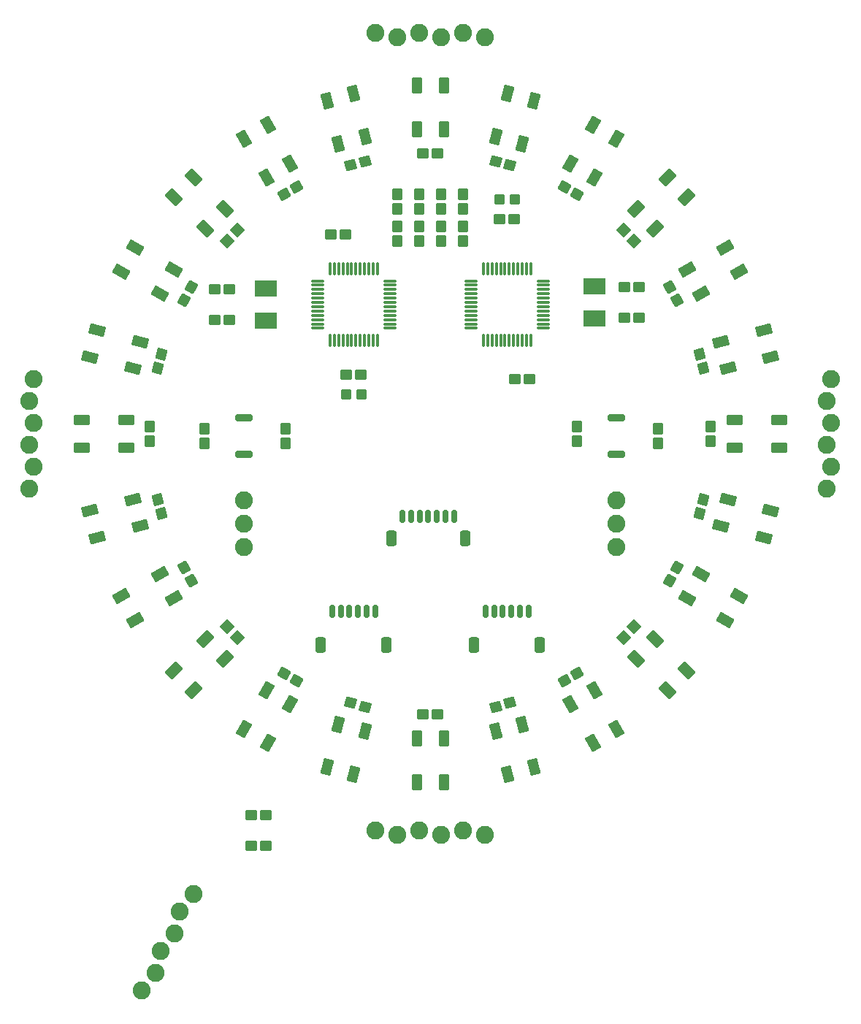
<source format=gts>
%TF.GenerationSoftware,KiCad,Pcbnew,(6.0.0-0)*%
%TF.CreationDate,2022-03-22T21:17:41+08:00*%
%TF.ProjectId,layer4,6c617965-7234-42e6-9b69-6361645f7063,rev?*%
%TF.SameCoordinates,Original*%
%TF.FileFunction,Soldermask,Top*%
%TF.FilePolarity,Negative*%
%FSLAX46Y46*%
G04 Gerber Fmt 4.6, Leading zero omitted, Abs format (unit mm)*
G04 Created by KiCad (PCBNEW (6.0.0-0)) date 2022-03-22 21:17:41*
%MOMM*%
%LPD*%
G01*
G04 APERTURE LIST*
G04 Aperture macros list*
%AMRoundRect*
0 Rectangle with rounded corners*
0 $1 Rounding radius*
0 $2 $3 $4 $5 $6 $7 $8 $9 X,Y pos of 4 corners*
0 Add a 4 corners polygon primitive as box body*
4,1,4,$2,$3,$4,$5,$6,$7,$8,$9,$2,$3,0*
0 Add four circle primitives for the rounded corners*
1,1,$1+$1,$2,$3*
1,1,$1+$1,$4,$5*
1,1,$1+$1,$6,$7*
1,1,$1+$1,$8,$9*
0 Add four rect primitives between the rounded corners*
20,1,$1+$1,$2,$3,$4,$5,0*
20,1,$1+$1,$4,$5,$6,$7,0*
20,1,$1+$1,$6,$7,$8,$9,0*
20,1,$1+$1,$8,$9,$2,$3,0*%
G04 Aperture macros list end*
%ADD10C,2.082800*%
%ADD11RoundRect,0.101600X0.549910X0.499110X-0.549910X0.499110X-0.549910X-0.499110X0.549910X-0.499110X0*%
%ADD12RoundRect,0.101600X-0.339776X0.660351X-0.624430X-0.401993X0.339776X-0.660351X0.624430X0.401993X0*%
%ADD13RoundRect,0.101600X0.668193X0.695758X-0.926551X0.268448X-0.668193X-0.695758X0.926551X-0.268448X0*%
%ADD14RoundRect,0.101600X-0.660351X-0.339776X0.401993X-0.624430X0.660351X0.339776X-0.401993X0.624430X0*%
%ADD15RoundRect,0.101600X-0.499110X0.825500X-0.499110X-0.825500X0.499110X-0.825500X0.499110X0.825500X0*%
%ADD16RoundRect,0.150000X0.150000X0.625000X-0.150000X0.625000X-0.150000X-0.625000X0.150000X-0.625000X0*%
%ADD17RoundRect,0.250000X0.350000X0.650000X-0.350000X0.650000X-0.350000X-0.650000X0.350000X-0.650000X0*%
%ADD18RoundRect,0.101600X-0.741769X0.035921X0.035921X-0.741769X0.741769X-0.035921X-0.035921X0.741769X0*%
%ADD19RoundRect,0.101600X0.926551X0.268448X-0.668193X0.695758X-0.926551X-0.268448X0.668193X-0.695758X0*%
%ADD20RoundRect,0.101600X-0.230793X-0.936641X0.936641X0.230793X0.230793X0.936641X-0.936641X-0.230793X0*%
%ADD21RoundRect,0.101600X-0.499110X0.549910X-0.499110X-0.549910X0.499110X-0.549910X0.499110X0.549910X0*%
%ADD22RoundRect,0.101600X-0.226681X-0.707197X0.725791X-0.157287X0.226681X0.707197X-0.725791X0.157287X0*%
%ADD23RoundRect,0.101600X0.741769X-0.035921X-0.035921X0.741769X-0.741769X0.035921X0.035921X-0.741769X0*%
%ADD24RoundRect,0.101600X-0.825500X-0.499110X0.825500X-0.499110X0.825500X0.499110X-0.825500X0.499110X0*%
%ADD25RoundRect,0.101600X-0.707197X0.226681X-0.157287X-0.725791X0.707197X-0.226681X0.157287X0.725791X0*%
%ADD26RoundRect,0.200000X0.800000X-0.200000X0.800000X0.200000X-0.800000X0.200000X-0.800000X-0.200000X0*%
%ADD27RoundRect,0.101600X0.499110X-0.499110X0.499110X0.499110X-0.499110X0.499110X-0.499110X-0.499110X0*%
%ADD28RoundRect,0.101600X-0.926551X-0.268448X0.668193X-0.695758X0.926551X0.268448X-0.668193X0.695758X0*%
%ADD29RoundRect,0.101600X0.964459X0.019492X-0.465349X0.844992X-0.964459X-0.019492X0.465349X-0.844992X0*%
%ADD30RoundRect,0.101600X-0.549910X-0.499110X0.549910X-0.499110X0.549910X0.499110X-0.549910X0.499110X0*%
%ADD31RoundRect,0.101600X-0.725791X-0.157287X0.226681X-0.707197X0.725791X0.157287X-0.226681X0.707197X0*%
%ADD32RoundRect,0.101600X0.499110X-0.825500X0.499110X0.825500X-0.499110X0.825500X-0.499110X-0.825500X0*%
%ADD33RoundRect,0.101600X0.268448X-0.926551X0.695758X0.668193X-0.268448X0.926551X-0.695758X-0.668193X0*%
%ADD34RoundRect,0.101600X0.226681X0.707197X-0.725791X0.157287X-0.226681X-0.707197X0.725791X-0.157287X0*%
%ADD35RoundRect,0.101600X-0.695758X0.668193X-0.268448X-0.926551X0.695758X-0.668193X0.268448X0.926551X0*%
%ADD36RoundRect,0.101600X0.339776X-0.660351X0.624430X0.401993X-0.339776X0.660351X-0.624430X-0.401993X0*%
%ADD37RoundRect,0.101600X0.035921X0.741769X-0.741769X-0.035921X-0.035921X-0.741769X0.741769X0.035921X0*%
%ADD38RoundRect,0.150000X-0.150000X-0.625000X0.150000X-0.625000X0.150000X0.625000X-0.150000X0.625000X0*%
%ADD39RoundRect,0.250000X-0.350000X-0.650000X0.350000X-0.650000X0.350000X0.650000X-0.350000X0.650000X0*%
%ADD40RoundRect,0.101600X-0.157287X0.725791X-0.707197X-0.226681X0.157287X-0.725791X0.707197X0.226681X0*%
%ADD41RoundRect,0.101600X-0.936641X0.230793X0.230793X-0.936641X0.936641X-0.230793X-0.230793X0.936641X0*%
%ADD42RoundRect,0.101600X-0.465349X-0.844992X0.964459X-0.019492X0.465349X0.844992X-0.964459X0.019492X0*%
%ADD43RoundRect,0.101600X-0.624430X0.401993X-0.339776X-0.660351X0.624430X-0.401993X0.339776X0.660351X0*%
%ADD44RoundRect,0.109200X0.670800X-0.030800X0.670800X0.030800X-0.670800X0.030800X-0.670800X-0.030800X0*%
%ADD45RoundRect,0.109200X-0.030800X-0.670800X0.030800X-0.670800X0.030800X0.670800X-0.030800X0.670800X0*%
%ADD46RoundRect,0.101600X0.465349X0.844992X-0.964459X0.019492X-0.465349X-0.844992X0.964459X-0.019492X0*%
%ADD47RoundRect,0.101600X0.695758X-0.668193X0.268448X0.926551X-0.695758X0.668193X-0.268448X-0.926551X0*%
%ADD48RoundRect,0.101600X-0.019492X0.964459X-0.844992X-0.465349X0.019492X-0.964459X0.844992X0.465349X0*%
%ADD49RoundRect,0.101600X0.707197X-0.226681X0.157287X0.725791X-0.707197X0.226681X-0.157287X-0.725791X0*%
%ADD50RoundRect,0.101600X0.825500X0.499110X-0.825500X0.499110X-0.825500X-0.499110X0.825500X-0.499110X0*%
%ADD51RoundRect,0.101600X-0.268448X0.926551X-0.695758X-0.668193X0.268448X-0.926551X0.695758X0.668193X0*%
%ADD52RoundRect,0.101600X-0.668193X-0.695758X0.926551X-0.268448X0.668193X0.695758X-0.926551X0.268448X0*%
%ADD53RoundRect,0.101600X-0.401993X-0.624430X0.660351X-0.339776X0.401993X0.624430X-0.660351X0.339776X0*%
%ADD54RoundRect,0.101600X-0.035921X-0.741769X0.741769X0.035921X0.035921X0.741769X-0.741769X-0.035921X0*%
%ADD55RoundRect,0.101600X-0.844992X0.465349X-0.019492X-0.964459X0.844992X-0.465349X0.019492X0.964459X0*%
%ADD56RoundRect,0.101600X-0.964459X-0.019492X0.465349X-0.844992X0.964459X0.019492X-0.465349X0.844992X0*%
%ADD57RoundRect,0.101600X0.019492X-0.964459X0.844992X0.465349X-0.019492X0.964459X-0.844992X-0.465349X0*%
%ADD58RoundRect,0.101600X-1.198880X0.849630X-1.198880X-0.849630X1.198880X-0.849630X1.198880X0.849630X0*%
%ADD59RoundRect,0.101600X0.844992X-0.465349X0.019492X0.964459X-0.844992X0.465349X-0.019492X-0.964459X0*%
%ADD60RoundRect,0.101600X0.725791X0.157287X-0.226681X0.707197X-0.725791X-0.157287X0.226681X-0.707197X0*%
%ADD61RoundRect,0.101600X0.401993X0.624430X-0.660351X0.339776X-0.401993X-0.624430X0.660351X-0.339776X0*%
%ADD62RoundRect,0.101600X0.660351X0.339776X-0.401993X0.624430X-0.660351X-0.339776X0.401993X-0.624430X0*%
%ADD63RoundRect,0.101600X0.936641X-0.230793X-0.230793X0.936641X-0.936641X0.230793X0.230793X-0.936641X0*%
%ADD64RoundRect,0.101600X0.499110X-0.549910X0.499110X0.549910X-0.499110X0.549910X-0.499110X-0.549910X0*%
%ADD65RoundRect,0.101600X0.624430X-0.401993X0.339776X0.660351X-0.624430X0.401993X-0.339776X-0.660351X0*%
%ADD66RoundRect,0.101600X0.157287X-0.725791X0.707197X0.226681X-0.157287X0.725791X-0.707197X-0.226681X0*%
%ADD67RoundRect,0.109200X-0.670800X0.030800X-0.670800X-0.030800X0.670800X-0.030800X0.670800X0.030800X0*%
%ADD68RoundRect,0.109200X0.030800X0.670800X-0.030800X0.670800X-0.030800X-0.670800X0.030800X-0.670800X0*%
%ADD69RoundRect,0.101600X0.230793X0.936641X-0.936641X-0.230793X-0.230793X-0.936641X0.936641X0.230793X0*%
%ADD70RoundRect,0.101600X1.198880X-0.849630X1.198880X0.849630X-1.198880X0.849630X-1.198880X-0.849630X0*%
G04 APERTURE END LIST*
D10*
%TO.C,TOFJ4*%
X172212000Y-94996000D03*
X171704000Y-97536000D03*
X172212000Y-100076000D03*
X171704000Y-102616000D03*
X172212000Y-105156000D03*
X171704000Y-107696000D03*
%TD*%
D11*
%TO.C,U1C5*%
X149953980Y-87884000D03*
X148257260Y-87884000D03*
%TD*%
D12*
%TO.C,C18*%
X157353752Y-108941272D03*
X156914608Y-110580178D03*
%TD*%
D11*
%TO.C,C13*%
X126578360Y-133858000D03*
X124881640Y-133858000D03*
%TD*%
D13*
%TO.C,D20*%
X165187734Y-92427351D03*
X164360724Y-89340909D03*
X159385124Y-90674117D03*
X160212134Y-93760559D03*
%TD*%
D14*
%TO.C,C24*%
X133325272Y-69722248D03*
X134964178Y-70161392D03*
%TD*%
D15*
%TO.C,D1*%
X127327660Y-60924440D03*
X124132340Y-60924440D03*
X124132340Y-66075560D03*
X127327660Y-66075560D03*
%TD*%
D16*
%TO.C,L4TRJ1*%
X128476000Y-110943000D03*
X127476000Y-110943000D03*
X126476000Y-110943000D03*
X125476000Y-110943000D03*
X124476000Y-110943000D03*
X123476000Y-110943000D03*
X122476000Y-110943000D03*
D17*
X121176000Y-113468000D03*
X129776000Y-113468000D03*
%TD*%
D18*
%TO.C,C22*%
X148119575Y-77756663D03*
X149319337Y-78956425D03*
%TD*%
D19*
%TO.C,D18*%
X164360724Y-113351091D03*
X165187734Y-110264649D03*
X160212134Y-108931441D03*
X159385124Y-112017883D03*
%TD*%
D20*
%TO.C,D10*%
X96017925Y-128798643D03*
X98277357Y-131058075D03*
X101919749Y-127415683D03*
X99660317Y-125156251D03*
%TD*%
D11*
%TO.C,U1C6*%
X149953980Y-84328000D03*
X148257260Y-84328000D03*
%TD*%
D21*
%TO.C,U0C1*%
X129540000Y-73573640D03*
X129540000Y-75270360D03*
%TD*%
D22*
%TO.C,C3*%
X108739299Y-73613962D03*
X110208701Y-72765602D03*
%TD*%
D23*
%TO.C,C10*%
X103340425Y-124935337D03*
X102140663Y-123735575D03*
%TD*%
D24*
%TO.C,D7*%
X85308440Y-99748340D03*
X85308440Y-102943660D03*
X90459560Y-102943660D03*
X90459560Y-99748340D03*
%TD*%
D25*
%TO.C,C21*%
X153462038Y-84355299D03*
X154310398Y-85824701D03*
%TD*%
D26*
%TO.C,U0SW2*%
X104140000Y-103700000D03*
X104140000Y-99500000D03*
%TD*%
D10*
%TO.C,IMUJ1*%
X92267391Y-165885690D03*
X93826633Y-163817253D03*
X94470380Y-161308218D03*
X96029621Y-159239782D03*
X96673368Y-156730747D03*
X98232609Y-154662310D03*
%TD*%
D27*
%TO.C,U1D1*%
X133743700Y-74168000D03*
X135496300Y-74168000D03*
%TD*%
D28*
%TO.C,D6*%
X87099276Y-89340909D03*
X86272266Y-92427351D03*
X91247866Y-93760559D03*
X92074876Y-90674117D03*
%TD*%
D29*
%TO.C,D17*%
X159937267Y-122940394D03*
X161534927Y-120173166D03*
X157073927Y-117597606D03*
X155476267Y-120364834D03*
%TD*%
D10*
%TO.C,TOFJ1*%
X119380000Y-54864000D03*
X121920000Y-55372000D03*
X124460000Y-54864000D03*
X127000000Y-55372000D03*
X129540000Y-54864000D03*
X132080000Y-55372000D03*
%TD*%
D30*
%TO.C,U0C5*%
X100751640Y-84582000D03*
X102448360Y-84582000D03*
%TD*%
D31*
%TO.C,C23*%
X141251299Y-72765602D03*
X142720701Y-73613962D03*
%TD*%
D32*
%TO.C,D13*%
X124132340Y-141767560D03*
X127327660Y-141767560D03*
X127327660Y-136616440D03*
X124132340Y-136616440D03*
%TD*%
D10*
%TO.C,U1SW1*%
X147320000Y-109042200D03*
X147320000Y-111760000D03*
X147320000Y-114477800D03*
%TD*%
D33*
%TO.C,D12*%
X113724909Y-139976724D03*
X116811351Y-140803734D03*
X118144559Y-135828134D03*
X115058117Y-135001124D03*
%TD*%
D34*
%TO.C,C15*%
X142720701Y-129078038D03*
X141251299Y-129926398D03*
%TD*%
D35*
%TO.C,D2*%
X116811351Y-61888266D03*
X113724909Y-62715276D03*
X115058117Y-67690876D03*
X118144559Y-66863866D03*
%TD*%
D36*
%TO.C,C6*%
X94106248Y-93750728D03*
X94545392Y-92111822D03*
%TD*%
D21*
%TO.C,U1C4*%
X121920000Y-77297280D03*
X121920000Y-78994000D03*
%TD*%
D37*
%TO.C,C16*%
X149319337Y-123735575D03*
X148119575Y-124935337D03*
%TD*%
D38*
%TO.C,U0J1*%
X114340000Y-121952000D03*
X115340000Y-121952000D03*
X116340000Y-121952000D03*
X117340000Y-121952000D03*
X118340000Y-121952000D03*
X119340000Y-121952000D03*
D39*
X120640000Y-125827000D03*
X113040000Y-125827000D03*
%TD*%
D40*
%TO.C,C17*%
X154310398Y-116867299D03*
X153462038Y-118336701D03*
%TD*%
D41*
%TO.C,D4*%
X98277357Y-71633925D03*
X96017925Y-73893357D03*
X99660317Y-77535749D03*
X101919749Y-75276317D03*
%TD*%
D42*
%TO.C,D9*%
X89925073Y-120173166D03*
X91522733Y-122940394D03*
X95983733Y-120364834D03*
X94386073Y-117597606D03*
%TD*%
D10*
%TO.C,TOFJ3*%
X132080000Y-147828000D03*
X129540000Y-147320000D03*
X127000000Y-147828000D03*
X124460000Y-147320000D03*
X121920000Y-147828000D03*
X119380000Y-147320000D03*
%TD*%
D43*
%TO.C,C20*%
X156914608Y-92111822D03*
X157353752Y-93750728D03*
%TD*%
D30*
%TO.C,U0C6*%
X100751640Y-88138000D03*
X102448360Y-88138000D03*
%TD*%
D44*
%TO.C,U1*%
X138800000Y-89110000D03*
X138800000Y-88610000D03*
X138800000Y-88110000D03*
X138800000Y-87610000D03*
X138800000Y-87110000D03*
X138800000Y-86610000D03*
X138800000Y-86110000D03*
X138800000Y-85610000D03*
X138800000Y-85110000D03*
X138800000Y-84610000D03*
X138800000Y-84110000D03*
X138800000Y-83610000D03*
D45*
X137370000Y-82180000D03*
X136870000Y-82180000D03*
X136370000Y-82180000D03*
X135870000Y-82180000D03*
X135370000Y-82180000D03*
X134870000Y-82180000D03*
X134370000Y-82180000D03*
X133870000Y-82180000D03*
X133370000Y-82180000D03*
X132870000Y-82180000D03*
X132370000Y-82180000D03*
X131870000Y-82180000D03*
D44*
X130440000Y-83610000D03*
X130440000Y-84110000D03*
X130440000Y-84610000D03*
X130440000Y-85110000D03*
X130440000Y-85610000D03*
X130440000Y-86110000D03*
X130440000Y-86610000D03*
X130440000Y-87110000D03*
X130440000Y-87610000D03*
X130440000Y-88110000D03*
X130440000Y-88610000D03*
X130440000Y-89110000D03*
D45*
X131870000Y-90540000D03*
X132370000Y-90540000D03*
X132870000Y-90540000D03*
X133370000Y-90540000D03*
X133870000Y-90540000D03*
X134370000Y-90540000D03*
X134870000Y-90540000D03*
X135370000Y-90540000D03*
X135870000Y-90540000D03*
X136370000Y-90540000D03*
X136870000Y-90540000D03*
X137370000Y-90540000D03*
%TD*%
D46*
%TO.C,D21*%
X161534927Y-82518834D03*
X159937267Y-79751606D03*
X155476267Y-82327166D03*
X157073927Y-85094394D03*
%TD*%
D30*
%TO.C,IMUR2*%
X104983280Y-149098000D03*
X106680000Y-149098000D03*
%TD*%
D47*
%TO.C,D14*%
X134648649Y-140803734D03*
X137735091Y-139976724D03*
X136401883Y-135001124D03*
X133315441Y-135828134D03*
%TD*%
D48*
%TO.C,D23*%
X147324394Y-67138733D03*
X144557166Y-65541073D03*
X141981606Y-70002073D03*
X144748834Y-71599733D03*
%TD*%
D49*
%TO.C,C9*%
X97997962Y-118336701D03*
X97149602Y-116867299D03*
%TD*%
D21*
%TO.C,U1R2*%
X152146000Y-100751640D03*
X152146000Y-102448360D03*
%TD*%
D38*
%TO.C,U1J1*%
X132120000Y-121952000D03*
X133120000Y-121952000D03*
X134120000Y-121952000D03*
X135120000Y-121952000D03*
X136120000Y-121952000D03*
X137120000Y-121952000D03*
D39*
X130820000Y-125827000D03*
X138420000Y-125827000D03*
%TD*%
D50*
%TO.C,D19*%
X166151560Y-102943660D03*
X166151560Y-99748340D03*
X161000440Y-99748340D03*
X161000440Y-102943660D03*
%TD*%
D26*
%TO.C,U1SW2*%
X147320000Y-103700000D03*
X147320000Y-99500000D03*
%TD*%
D11*
%TO.C,U1R44*%
X137246360Y-94996000D03*
X135549640Y-94996000D03*
%TD*%
D51*
%TO.C,D24*%
X137735091Y-62715276D03*
X134648649Y-61888266D03*
X133315441Y-66863866D03*
X136401883Y-67690876D03*
%TD*%
D52*
%TO.C,D8*%
X86272266Y-110264649D03*
X87099276Y-113351091D03*
X92074876Y-112017883D03*
X91247866Y-108931441D03*
%TD*%
D53*
%TO.C,C2*%
X116495822Y-70161392D03*
X118134728Y-69722248D03*
%TD*%
D54*
%TO.C,C4*%
X102140663Y-78956425D03*
X103340425Y-77756663D03*
%TD*%
D55*
%TO.C,D3*%
X106902834Y-65541073D03*
X104135606Y-67138733D03*
X106711166Y-71599733D03*
X109478394Y-70002073D03*
%TD*%
D56*
%TO.C,D5*%
X91522733Y-79751606D03*
X89925073Y-82518834D03*
X94386073Y-85094394D03*
X95983733Y-82327166D03*
%TD*%
D30*
%TO.C,C1*%
X124881640Y-68834000D03*
X126578360Y-68834000D03*
%TD*%
D57*
%TO.C,D11*%
X104135606Y-135553267D03*
X106902834Y-137150927D03*
X109478394Y-132689927D03*
X106711166Y-131092267D03*
%TD*%
D58*
%TO.C,U0Y1*%
X106680000Y-88209120D03*
X106680000Y-84510880D03*
%TD*%
D59*
%TO.C,D15*%
X144557166Y-137150927D03*
X147324394Y-135553267D03*
X144748834Y-131092267D03*
X141981606Y-132689927D03*
%TD*%
D27*
%TO.C,U0D1*%
X115963700Y-96774000D03*
X117716300Y-96774000D03*
%TD*%
D60*
%TO.C,C11*%
X110208701Y-129926398D03*
X108739299Y-129078038D03*
%TD*%
D21*
%TO.C,U0C3*%
X124460000Y-73573640D03*
X124460000Y-75270360D03*
%TD*%
%TO.C,U0R2*%
X108966000Y-100751640D03*
X108966000Y-102448360D03*
%TD*%
%TO.C,C19*%
X158242000Y-100497640D03*
X158242000Y-102194360D03*
%TD*%
%TO.C,U1C3*%
X124460000Y-77297280D03*
X124460000Y-78994000D03*
%TD*%
D61*
%TO.C,C14*%
X134964178Y-132530608D03*
X133325272Y-132969752D03*
%TD*%
D30*
%TO.C,U1R19*%
X133771640Y-76454000D03*
X135468360Y-76454000D03*
%TD*%
D21*
%TO.C,U0C2*%
X127000000Y-73573640D03*
X127000000Y-75270360D03*
%TD*%
D10*
%TO.C,TOFJ2*%
X79248000Y-107696000D03*
X79756000Y-105156000D03*
X79248000Y-102616000D03*
X79756000Y-100076000D03*
X79248000Y-97536000D03*
X79756000Y-94996000D03*
%TD*%
D62*
%TO.C,C12*%
X118134728Y-132969752D03*
X116495822Y-132530608D03*
%TD*%
D30*
%TO.C,U0R19*%
X115991640Y-94519420D03*
X117688360Y-94519420D03*
%TD*%
D63*
%TO.C,D16*%
X153182643Y-131058075D03*
X155442075Y-128798643D03*
X151799683Y-125156251D03*
X149540251Y-127415683D03*
%TD*%
D21*
%TO.C,U1C1*%
X129540000Y-77297280D03*
X129540000Y-78994000D03*
%TD*%
D30*
%TO.C,U0R44*%
X114213640Y-78232000D03*
X115910360Y-78232000D03*
%TD*%
D21*
%TO.C,U0C4*%
X121920000Y-73573640D03*
X121920000Y-75270360D03*
%TD*%
D64*
%TO.C,U0R1*%
X99568000Y-102448360D03*
X99568000Y-100751640D03*
%TD*%
D30*
%TO.C,IMUR3*%
X104983280Y-145508000D03*
X106680000Y-145508000D03*
%TD*%
D65*
%TO.C,C8*%
X94545392Y-110580178D03*
X94106248Y-108941272D03*
%TD*%
D66*
%TO.C,C5*%
X97149602Y-85824701D03*
X97997962Y-84355299D03*
%TD*%
D64*
%TO.C,U1R1*%
X142748000Y-102218360D03*
X142748000Y-100521640D03*
%TD*%
D67*
%TO.C,U0*%
X112660000Y-83610000D03*
X112660000Y-84110000D03*
X112660000Y-84610000D03*
X112660000Y-85110000D03*
X112660000Y-85610000D03*
X112660000Y-86110000D03*
X112660000Y-86610000D03*
X112660000Y-87110000D03*
X112660000Y-87610000D03*
X112660000Y-88110000D03*
X112660000Y-88610000D03*
X112660000Y-89110000D03*
D68*
X114090000Y-90540000D03*
X114590000Y-90540000D03*
X115090000Y-90540000D03*
X115590000Y-90540000D03*
X116090000Y-90540000D03*
X116590000Y-90540000D03*
X117090000Y-90540000D03*
X117590000Y-90540000D03*
X118090000Y-90540000D03*
X118590000Y-90540000D03*
X119090000Y-90540000D03*
X119590000Y-90540000D03*
D67*
X121020000Y-89110000D03*
X121020000Y-88610000D03*
X121020000Y-88110000D03*
X121020000Y-87610000D03*
X121020000Y-87110000D03*
X121020000Y-86610000D03*
X121020000Y-86110000D03*
X121020000Y-85610000D03*
X121020000Y-85110000D03*
X121020000Y-84610000D03*
X121020000Y-84110000D03*
X121020000Y-83610000D03*
D68*
X119590000Y-82180000D03*
X119090000Y-82180000D03*
X118590000Y-82180000D03*
X118090000Y-82180000D03*
X117590000Y-82180000D03*
X117090000Y-82180000D03*
X116590000Y-82180000D03*
X116090000Y-82180000D03*
X115590000Y-82180000D03*
X115090000Y-82180000D03*
X114590000Y-82180000D03*
X114090000Y-82180000D03*
%TD*%
D21*
%TO.C,U1C2*%
X127000000Y-77297280D03*
X127000000Y-78994000D03*
%TD*%
D69*
%TO.C,D22*%
X155442075Y-73893357D03*
X153182643Y-71633925D03*
X149540251Y-75276317D03*
X151799683Y-77535749D03*
%TD*%
D10*
%TO.C,U0SW1*%
X104140000Y-109042200D03*
X104140000Y-111760000D03*
X104140000Y-114477800D03*
%TD*%
D64*
%TO.C,C7*%
X93218000Y-102194360D03*
X93218000Y-100497640D03*
%TD*%
D70*
%TO.C,U1Y1*%
X144787620Y-84256880D03*
X144787620Y-87955120D03*
%TD*%
M02*

</source>
